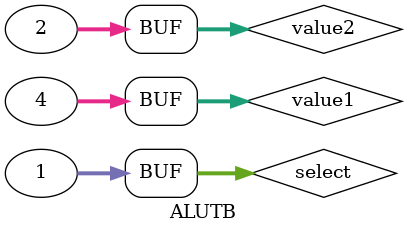
<source format=v>
`timescale 1ns/10ps
module ALUTB;

reg[31:0] value1, value2, select;
wire[63:0] result;

ALU alu_inst(value1, value2, select, result);

initial begin

value1 <= 32'b00000000000000000000000000000100;//00000000000000000000000000000000
value2 <= 32'b00000000000000000000000000000010;
select = 1;
end

endmodule

</source>
